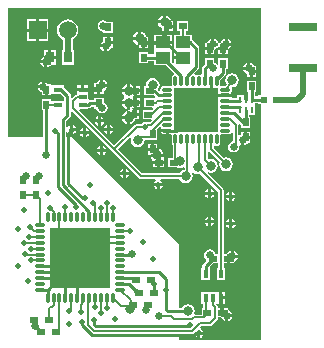
<source format=gtl>
%FSTAX24Y24*%
%MOIN*%
%SFA1B1*%

%IPPOS*%
%ADD10R,0.025000X0.020000*%
%ADD11R,0.020000X0.025000*%
%ADD12R,0.009800X0.021700*%
%ADD13O,0.011000X0.033500*%
%ADD14O,0.033500X0.011000*%
%ADD15R,0.200800X0.200800*%
%ADD16R,0.047200X0.039400*%
%ADD17R,0.047200X0.039400*%
%ADD18R,0.094500X0.029500*%
%ADD19R,0.023600X0.019700*%
%ADD20R,0.015700X0.027600*%
%ADD21R,0.027600X0.015700*%
%ADD22R,0.145700X0.145700*%
%ADD23O,0.033500X0.011800*%
%ADD24O,0.011800X0.033500*%
%ADD25R,0.027600X0.035400*%
%ADD26C,0.010000*%
%ADD27C,0.006000*%
%ADD28C,0.008000*%
%ADD29C,0.020000*%
%ADD30C,0.015000*%
%ADD31C,0.059100*%
%ADD32R,0.059100X0.059100*%
%ADD33C,0.020000*%
%ADD34C,0.025000*%
%ADD35C,0.033000*%
%LN16_chan-1*%
%LPD*%
G36*
X02071Y018458D02*
X020625D01*
Y018412*
X020512*
Y018565*
X02056*
Y018935*
X02024*
Y018565*
X020288*
Y018468*
X020253*
Y0183*
X020153*
Y018468*
X019897*
Y018357*
X019767*
X019735Y018396*
X019733Y018392*
X019514*
Y018492*
X019733*
X019709Y018528*
Y018553*
X019735Y018593*
X019744Y018639*
X019735Y018685*
X019748Y018719*
X01975Y018721*
X019838Y018738*
X019912Y018788*
X019962Y018862*
X019979Y01895*
X019962Y019038*
X019912Y019112*
X019838Y019162*
X01975Y019179*
X019662Y019162*
X019588Y019112*
X019538Y019038*
X019521Y01895*
X019538Y018862*
X019566Y01882*
X019506Y01876*
X019406*
X019393Y018758*
X019358Y018793*
X01936Y018806*
Y018952*
X019529Y019121*
X019554Y019157*
X019562Y0192*
Y019315*
X01961*
Y019685*
X01929*
Y019485*
X019242Y01947*
X019233Y019483*
X019172Y019524*
X01916Y019527*
Y019685*
X01884*
Y019499*
X018766Y019425*
X018742Y019388*
X018733Y019345*
Y019167*
X018694Y019135*
X018648Y019144*
X018602Y019135*
X018563Y019109*
X018537*
X018498Y019135*
X018485Y019177*
X018629Y019321*
X018654Y019357*
X018662Y0194*
Y02*
X018654Y020043*
X018629Y020079*
X018417Y020291*
X018416Y020292*
Y020469*
X018211*
Y02059*
X018285*
Y02091*
X017915*
Y02059*
X018028*
Y020469*
X017823*
Y019955*
Y01975*
X018119*
Y01965*
X017823*
Y019551*
X017788Y019536*
X017746Y019564*
Y019955*
Y020162*
X017154*
Y019955*
Y019812*
X01696*
Y019885*
X01664*
Y019515*
X01696*
Y019588*
X017154*
Y019443*
X017548*
X017812Y01918*
X017807Y01913*
X017775Y019109*
X017749Y019069*
X01774Y019023*
Y018806*
X017742Y018793*
X017707Y018758*
X017694Y01876*
X017477*
X017431Y018751*
X017391Y018725*
X017365Y018685*
X017356Y018639*
X017362Y018606*
X017318Y018583*
X017263Y018638*
X017312Y018712*
X017329Y0188*
X017312Y018888*
X017262Y018962*
X017188Y019012*
X0171Y019029*
X017012Y019012*
X016938Y018962*
X016888Y018888*
X016871Y0188*
Y018799*
X016839Y01876*
X016815*
Y01844*
X017144*
X017177Y018406*
X017158Y01836*
X016815*
Y01804*
X017095*
X017114Y017994*
X01708Y01796*
X016765*
Y01764*
X017045*
X017064Y017594*
X017012Y017542*
X016926*
X016912Y017551*
X01685Y017563*
X016788Y017551*
X016735Y017515*
X016719Y017492*
X01657*
X016535Y017485*
X016505Y017465*
X01582Y01678*
X014661Y017939*
X01468Y017985*
X014961*
Y018018*
X015003Y018026*
X015039Y018051*
X015056Y018068*
X01515*
Y017995*
X015228*
X015236Y017958*
X015277Y017897*
X015338Y017856*
X01541Y017841*
X015482Y017856*
X015543Y017897*
X015584Y017958*
X015599Y01803*
X015584Y018102*
X015543Y018163*
X015482Y018204*
X01547Y018207*
Y018365*
X01515*
Y018292*
X01501*
X015Y01829*
X014961Y018322*
Y018497*
Y018586*
X014566*
Y018497*
Y018471*
X014541Y018466*
X014535Y018465*
X014505Y018445*
X014418Y018358*
X014372Y018377*
Y01843*
X014364Y018473*
X014339Y018509*
X014154Y018694*
Y018775*
X013759*
X013755*
X01372Y01881*
Y018815*
X013626*
X013593Y018863*
X013532Y018904*
X01351Y018909*
Y01873*
X01346*
Y01868*
X013281*
X013286Y018658*
X013327Y018597*
X013388Y018556*
X0134Y018553*
Y018445*
X01351*
Y01863*
X01361*
Y018445*
X01372*
Y018497*
X013759*
X014034*
X014148Y018384*
Y018263*
X013759*
X013755*
X01372Y018298*
Y018315*
X0134*
Y017945*
X013448*
Y01705*
X01227*
Y02136*
X02071*
Y018458*
G37*
G36*
X017381Y017388D02*
X017391Y017372D01*
Y017347*
X017367Y017311*
X017586*
Y017261*
X017635*
Y01714*
X017694*
X017707Y017142*
X017742Y017107*
X01774Y017094*
Y016877*
X017749Y016831*
X017769Y0168*
Y01636*
X017615*
Y01604*
X017909*
X017912Y016038*
X018Y016021*
X018088Y016038*
X018119Y016059*
X018163Y016035*
Y015972*
X018112Y015962*
X018038Y015912*
X017991Y015842*
X016758*
X01595Y01665*
X01634Y01704*
X016384Y017016*
X016371Y01695*
X016388Y016862*
X016438Y016788*
X016512Y016738*
X0166Y016721*
X016688Y016738*
X016762Y016788*
X016812Y016862*
X016829Y01695*
X016836Y016958*
X017*
X017034Y016965*
X01726*
Y017322*
X017331Y017393*
X017381Y017388*
G37*
G36*
X020625Y018142D02*
X02071D01*
Y0103*
X01798*
Y010488*
X018413*
X018446Y010495*
X018487Y010467*
X018489Y010458*
X018525Y010405*
X018578Y010369*
X01859Y010367*
Y01052*
X01864*
Y01057*
X018793*
X018791Y010582*
X018755Y010635*
X018702Y010671*
X018698Y010672*
X018684Y010719*
X018722Y010758*
X01902*
X019059Y010766*
X019092Y010788*
X019252Y010948*
X019274Y010981*
X019282Y01102*
Y01104*
X01937*
Y0112*
Y01136*
X019282*
Y01138*
X019274Y011419*
X019252Y011452*
X019222Y011482*
Y011499*
X019326*
Y011696*
Y011894*
X018725*
Y011499*
X018772*
Y01136*
X018735*
Y011134*
X01855*
X018492Y011172*
X018509Y01126*
X018492Y011348*
X018442Y011422*
X018368Y011472*
X01828Y011489*
X018192Y011472*
X018118Y011422*
X018084Y011372*
X01798*
Y01346*
X01792Y01354*
X01441Y01705*
X014212*
Y017207*
X01426Y017222*
X014285Y017185*
X014338Y017149*
X01435Y017147*
Y0173*
Y017453*
X014338Y017451*
X014285Y017415*
X01426Y017378*
X014212Y017393*
Y017584*
X014339Y017711*
X014364Y017747*
X014372Y01779*
Y017903*
X014418Y017922*
X015755Y016585*
X016655Y015685*
X016685Y015665*
X01672Y015658*
X017188*
X017202Y01561*
X017165Y015585*
X017129Y015532*
X017127Y01552*
X017433*
X017431Y015532*
X017395Y015585*
X017358Y01561*
X017372Y015658*
X017991*
X018038Y015588*
X018112Y015538*
X0182Y015521*
X018288Y015538*
X018362Y015588*
X018412Y015662*
X018429Y01575*
X018412Y015838*
X018397Y01586*
X018438Y015888*
X018512Y015838*
X0186Y015821*
X018683Y015837*
X019284Y015236*
Y01316*
X019181*
X019174Y013192*
X019133Y013253*
X019072Y013294*
X019Y013309*
X018928Y013294*
X018867Y013253*
X018826Y013192*
X018811Y01312*
X018826Y013048*
X018867Y012987*
X018883Y012976*
X018888Y012926*
X018785Y012823*
X01876Y012787*
X018752Y012744*
Y012701*
X018725*
Y012306*
X019003*
Y012701*
X018996Y012718*
X019119Y01284*
X019284*
Y012701*
X019237*
Y012306*
X019515*
Y012701*
X019468*
Y01284*
X01957*
Y013*
Y01316*
X019468*
Y015274*
X019462Y015303*
X019461Y015309*
X019441Y015339*
X01893Y01585*
X018962Y015888*
X01905Y015871*
X019138Y015888*
X019212Y015938*
X019262Y016012*
X019279Y0161*
X019262Y016188*
X019212Y016262*
X019138Y016312*
X01905Y016329*
X018976Y016315*
X018937Y016346*
Y016566*
X018944Y016571*
X018983Y016587*
X019337Y016233*
X019321Y01615*
X019338Y016062*
X019388Y015988*
X019462Y015938*
X01955Y015921*
X019638Y015938*
X019712Y015988*
X019762Y016062*
X019779Y01615*
X019762Y016238*
X019712Y016312*
X019638Y016362*
X01955Y016379*
X019467Y016363*
X019134Y016696*
Y016751*
X019178Y016775*
X019193Y016765*
X019239Y016756*
X019285Y016765*
X019325Y016791*
X019351Y016831*
X01936Y016877*
Y017094*
X019358Y017107*
X019393Y017142*
X019406Y01714*
X019623*
X019669Y017149*
X019709Y017175*
X01973Y017208*
X019778Y017193*
Y016914*
X019728Y016904*
X019667Y016863*
X019626Y016802*
X019611Y01673*
X019626Y016658*
X019667Y016597*
X019728Y016556*
X0198Y016541*
X019872Y016556*
X019933Y016597*
X019974Y016658*
X019989Y01673*
X019985Y016749*
X020026Y016777*
X020028Y016776*
X02005Y016771*
Y01695*
X02015*
Y016771*
X020172Y016776*
X020233Y016817*
X020266Y016865*
X02036*
Y017*
X0202*
Y01705*
X02015*
Y017235*
X02004*
Y01714*
X019997Y017114*
X019962Y017133*
Y017459*
X019959Y017473*
X020003Y017497*
X020029Y017471*
X02004Y017464*
Y017365*
X02036*
Y017735*
X020312*
Y017797*
X020509*
Y018132*
Y018188*
X020625*
Y018142*
G37*
%LN16_chan-2*%
%LPC*%
G36*
X0173Y016669D02*
Y0165D01*
X017469*
X017462Y016538*
X017412Y016612*
X017338Y016662*
X0173Y016669*
G37*
G36*
X015563Y01656D02*
X01546D01*
Y016457*
X015472Y016459*
X015525Y016495*
X015561Y016548*
X015563Y01656*
G37*
G36*
X01705Y016835D02*
X01694D01*
Y0167*
X01705*
Y016835*
G37*
G36*
X01546Y016763D02*
Y01666D01*
X015563*
X015561Y016672*
X015525Y016725*
X015472Y016761*
X01546Y016763*
G37*
G36*
X01536D02*
X015348Y016761D01*
X015295Y016725*
X015259Y016672*
X015257Y01666*
X01536*
Y016763*
G37*
G36*
X01725Y01615D02*
X017115D01*
Y01604*
X01725*
Y01615*
G37*
G36*
X01621Y015993D02*
Y01589D01*
X016313*
X016311Y015902*
X016275Y015955*
X016222Y015991*
X01621Y015993*
G37*
G36*
X01611D02*
X016098Y015991D01*
X016045Y015955*
X016009Y015902*
X016007Y01589*
X01611*
Y015993*
G37*
G36*
X017485Y01615D02*
X01735D01*
Y01604*
X017485*
Y01615*
G37*
G36*
X01536Y01656D02*
X015257D01*
X015259Y016548*
X015295Y016495*
X015348Y016459*
X01536Y016457*
Y01656*
G37*
G36*
X0172Y0166D02*
X01694D01*
Y016465*
X017008*
X017021Y01645*
X017031Y0165*
X0172*
Y0166*
G37*
G36*
X017469Y0164D02*
X017031D01*
X017038Y016362*
X017088Y016288*
X017115Y01627*
Y01625*
X017485*
Y01636*
X017462Y016362*
X017469Y0164*
G37*
G36*
X01726Y016835D02*
X01715D01*
Y0167*
X01726*
Y016835*
G37*
G36*
X01488Y017353D02*
Y01725D01*
X014983*
X014981Y017262*
X014945Y017315*
X014892Y017351*
X01488Y017353*
G37*
G36*
X01478D02*
X014768Y017351D01*
X014715Y017315*
X014679Y017262*
X014677Y01725*
X01478*
Y017353*
G37*
G36*
X015783Y01726D02*
X01568D01*
Y017157*
X015692Y017159*
X015745Y017195*
X015781Y017248*
X015783Y01726*
G37*
G36*
X01568Y017463D02*
Y01736D01*
X015783*
X015781Y017372*
X015745Y017425*
X015692Y017461*
X01568Y017463*
G37*
G36*
X01558D02*
X015568Y017461D01*
X015515Y017425*
X015479Y017372*
X015477Y01736*
X01558*
Y017463*
G37*
G36*
X01445Y017453D02*
Y01735D01*
X014553*
X014551Y017362*
X014515Y017415*
X014462Y017451*
X01445Y017453*
G37*
G36*
X02036Y017235D02*
X02025D01*
Y0171*
X02036*
Y017235*
G37*
G36*
X014983Y01715D02*
X01488D01*
Y017047*
X014892Y017049*
X014945Y017085*
X014981Y017138*
X014983Y01715*
G37*
G36*
X01478D02*
X014677D01*
X014679Y017138*
X014715Y017085*
X014768Y017049*
X01478Y017047*
Y01715*
G37*
G36*
X01558Y01726D02*
X015477D01*
X015479Y017248*
X015515Y017195*
X015568Y017159*
X01558Y017157*
Y01726*
G37*
G36*
X014553Y01725D02*
X01445D01*
Y017147*
X014462Y017149*
X014515Y017185*
X014551Y017238*
X014553Y01725*
G37*
G36*
X017535Y017211D02*
X017367D01*
X017391Y017175*
X017431Y017149*
X017477Y01714*
X017535*
Y017211*
G37*
G36*
X016313Y01579D02*
X01621D01*
Y015687*
X016222Y015689*
X016275Y015725*
X016311Y015778*
X016313Y01579*
G37*
G36*
X01966Y01411D02*
X019557D01*
X019559Y014098*
X019595Y014045*
X019648Y014009*
X01966Y014007*
Y01411*
G37*
G36*
X01981Y013259D02*
Y01313D01*
X019939*
X019934Y013152*
X019893Y013213*
X019832Y013254*
X01981Y013259*
G37*
G36*
X019939Y01303D02*
X01981D01*
Y012901*
X019832Y012906*
X019893Y012947*
X019934Y013008*
X019939Y01303*
G37*
G36*
X019863Y01411D02*
X01976D01*
Y014007*
X019772Y014009*
X019825Y014045*
X019861Y014098*
X019863Y01411*
G37*
G36*
X01966Y014313D02*
X019648Y014311D01*
X019595Y014275*
X019559Y014222*
X019557Y01421*
X01966*
Y014313*
G37*
G36*
X019143Y01419D02*
X01904D01*
Y014087*
X019052Y014089*
X019105Y014125*
X019141Y014178*
X019143Y01419*
G37*
G36*
X01894D02*
X018837D01*
X018839Y014178*
X018875Y014125*
X018928Y014089*
X01894Y014087*
Y01419*
G37*
G36*
X01962Y011279D02*
Y01115D01*
X019749*
X019744Y011172*
X019703Y011233*
X019642Y011274*
X01962Y011279*
G37*
G36*
X019749Y01105D02*
X01962D01*
Y010921*
X019642Y010926*
X019703Y010967*
X019744Y011028*
X019749Y01105*
G37*
G36*
X018793Y01047D02*
X01869D01*
Y010367*
X018702Y010369*
X018755Y010405*
X018791Y010458*
X018793Y01047*
G37*
G36*
X019605Y01136D02*
X01947D01*
Y0112*
Y01104*
X019393*
X019396Y011028*
X019437Y010967*
X019498Y010926*
X01952Y010921*
Y0111*
Y011279*
X01957Y011289*
X019605Y011282*
Y01136*
G37*
G36*
X01971Y013259D02*
X019688Y013254D01*
X019627Y013213*
X019591Y01316*
X01967*
Y013*
Y01284*
X019805*
Y0129*
X01976Y012891*
X01971Y012901*
Y01308*
Y013259*
G37*
G36*
X019515Y011894D02*
X019426D01*
Y011746*
X019515*
Y011894*
G37*
G36*
Y011646D02*
X019426D01*
Y011499*
X019515*
Y011646*
G37*
G36*
X01895Y015313D02*
X018938Y015311D01*
X018885Y015275*
X018849Y015222*
X018847Y01521*
X01895*
Y015313*
G37*
G36*
X01976Y015223D02*
Y01512D01*
X019863*
X019861Y015132*
X019825Y015185*
X019772Y015221*
X01976Y015223*
G37*
G36*
X01966D02*
X019648Y015221D01*
X019595Y015185*
X019559Y015132*
X019557Y01512*
X01966*
Y015223*
G37*
G36*
X01905Y015313D02*
Y01521D01*
X019153*
X019151Y015222*
X019115Y015275*
X019062Y015311*
X01905Y015313*
G37*
G36*
X01611Y01579D02*
X016007D01*
X016009Y015778*
X016045Y015725*
X016098Y015689*
X01611Y015687*
Y01579*
G37*
G36*
X017433Y01542D02*
X01733D01*
Y015317*
X017342Y015319*
X017395Y015355*
X017431Y015408*
X017433Y01542*
G37*
G36*
X01723D02*
X017127D01*
X017129Y015408*
X017165Y015355*
X017218Y015319*
X01723Y015317*
Y01542*
G37*
G36*
X01904Y014393D02*
Y01429D01*
X019143*
X019141Y014302*
X019105Y014355*
X019052Y014391*
X01904Y014393*
G37*
G36*
X01894D02*
X018928Y014391D01*
X018875Y014355*
X018839Y014302*
X018837Y01429*
X01894*
Y014393*
G37*
G36*
X01976Y014313D02*
Y01421D01*
X019863*
X019861Y014222*
X019825Y014275*
X019772Y014311*
X01976Y014313*
G37*
G36*
X01966Y01502D02*
X019557D01*
X019559Y015008*
X019595Y014955*
X019648Y014919*
X01966Y014917*
Y01502*
G37*
G36*
X019153Y01511D02*
X01905D01*
Y015007*
X019062Y015009*
X019115Y015045*
X019151Y015098*
X019153Y01511*
G37*
G36*
X01895D02*
X018847D01*
X018849Y015098*
X018885Y015045*
X018938Y015009*
X01895Y015007*
Y01511*
G37*
G36*
X019863Y01502D02*
X01976D01*
Y014917*
X019772Y014919*
X019825Y014955*
X019861Y015008*
X019863Y01502*
G37*
G36*
X01527Y01754D02*
X015167D01*
X015169Y017528*
X015205Y017475*
X015258Y017439*
X01527Y017437*
Y01754*
G37*
G36*
X01662Y0203D02*
X016451D01*
X016458Y020262*
X016508Y020188*
X016582Y020138*
X01662Y020131*
Y0203*
G37*
G36*
X01696Y020385D02*
X016892D01*
X016899Y02035*
X016889Y0203*
X01672*
Y020131*
X01667Y020121*
X01664Y020127*
Y020015*
X01675*
Y0202*
X0168*
Y02025*
X01696*
Y020385*
G37*
G36*
X01929Y020185D02*
D01*
X019282*
X019289Y02015*
X019279Y0201*
X018921*
X018911Y02015*
X018918Y020185*
X01884*
Y02005*
X01916*
Y019973*
X019172Y019976*
X019233Y020017*
X019242Y02003*
X01929Y020015*
Y02005*
X01961*
Y019973*
X019622Y019976*
X019683Y020017*
X019724Y020078*
X019729Y0201*
X019371*
X019361Y02015*
X019368Y020185*
X01929*
G37*
G36*
X01905Y020329D02*
X019028Y020324D01*
X018967Y020283*
X018926Y020222*
X018921Y0202*
X01905*
Y020329*
G37*
G36*
X0196D02*
Y0202D01*
X019729*
X019724Y020222*
X019683Y020283*
X019622Y020324*
X0196Y020329*
G37*
G36*
X0195D02*
X019478Y020324D01*
X019417Y020283*
X019376Y020222*
X019371Y0202*
X0195*
Y020329*
G37*
G36*
X01915D02*
Y0202D01*
X019279*
X019274Y020222*
X019233Y020283*
X019172Y020324*
X01915Y020329*
G37*
G36*
X0194Y01995D02*
X01929D01*
Y019815*
X0194*
Y01995*
G37*
G36*
X01916D02*
X01905D01*
Y019815*
X01916*
Y01995*
G37*
G36*
X01895D02*
X01884D01*
Y019815*
X01895*
Y01995*
G37*
G36*
X01961D02*
X0195D01*
Y019815*
X01961*
Y01995*
G37*
G36*
X01696Y02015D02*
X01685D01*
Y020015*
X01696*
Y02015*
G37*
G36*
X01557Y020395D02*
X01546D01*
Y020265*
X015458Y020264*
X015397Y020223*
X015356Y020162*
X015351Y02014*
X01553*
Y02009*
X01558*
Y019911*
X015602Y019916*
X015663Y019957*
X015704Y020018*
X015706Y020025*
X01578*
Y02016*
X01562*
Y02021*
X01557*
Y020395*
G37*
G36*
X01548Y02004D02*
X015351D01*
X015356Y020018*
X015397Y019957*
X015458Y019916*
X01548Y019911*
Y02004*
G37*
G36*
X017785Y0207D02*
X01765D01*
Y02059*
X017785*
Y0207*
G37*
G36*
Y02091D02*
X017725D01*
X017729Y02089*
X017719Y02084*
X017281*
X017288Y020802*
X017338Y020728*
X017412Y020678*
X017415Y020677*
Y02059*
X01755*
Y02075*
X0176*
Y0208*
X017785*
Y02091*
G37*
G36*
X01546Y020949D02*
X015388Y020934D01*
X015327Y020893*
X015286Y020832*
X015271Y02076*
X015286Y020688*
X015327Y020627*
X015388Y020586*
X01546Y020571*
Y020525*
X01578*
Y020895*
X015591*
X015532Y020934*
X01546Y020949*
G37*
G36*
X01322Y020975D02*
X012915D01*
Y02067*
X01322*
Y020975*
G37*
G36*
X01755Y021109D02*
Y02094D01*
X017719*
X017712Y020978*
X017662Y021052*
X017588Y021102*
X01755Y021109*
G37*
G36*
X01745D02*
X017412Y021102D01*
X017338Y021052*
X017288Y020978*
X017281Y02094*
X01745*
Y021109*
G37*
G36*
X013625Y020975D02*
X01332D01*
Y02067*
X013625*
Y020975*
G37*
G36*
X017746Y020469D02*
X0175D01*
Y020262*
X017746*
Y020469*
G37*
G36*
X0174D02*
X017154D01*
Y020262*
X0174*
Y020469*
G37*
G36*
X01578Y020395D02*
X01567D01*
Y02026*
X01578*
Y020395*
G37*
G36*
X01322Y02057D02*
X012915D01*
Y020265*
X01322*
Y02057*
G37*
G36*
X01672Y020569D02*
Y0204D01*
X016889*
X016882Y020438*
X016832Y020512*
X016758Y020562*
X01672Y020569*
G37*
G36*
X01662D02*
X016582Y020562D01*
X016508Y020512*
X016458Y020438*
X016451Y0204*
X01662*
Y020569*
G37*
G36*
X013625Y02057D02*
X01332D01*
Y020265*
X013625*
Y02057*
G37*
G36*
X016685Y01836D02*
X01655D01*
Y01825*
X016685*
Y01836*
G37*
G36*
Y01815D02*
X01655D01*
Y01804*
X016685*
Y01815*
G37*
G36*
X01625D02*
X016081D01*
X016088Y018112*
X016138Y018038*
X016212Y017988*
X01625Y017981*
Y01815*
G37*
G36*
X016685Y01855D02*
X01655D01*
Y01844*
X016685*
Y01855*
G37*
G36*
X01625Y018819D02*
X016212Y018812D01*
X016138Y018762*
X016088Y018688*
X016081Y01865*
X01625*
Y018819*
G37*
G36*
X01536Y018959D02*
X015338Y018954D01*
X015277Y018913*
X015244Y018865*
X01515*
Y01873*
X01531*
Y01868*
X01536*
Y018495*
X01547*
Y018603*
X015482Y018606*
X015543Y018647*
X015584Y018708*
X015589Y01873*
X01541*
Y01878*
X01536*
Y018959*
G37*
G36*
X01526Y01863D02*
X01515D01*
Y018495*
X01526*
Y01863*
G37*
G36*
X01527Y017743D02*
X015258Y017741D01*
X015205Y017705*
X015169Y017652*
X015167Y01764*
X01527*
Y017743*
G37*
G36*
X01625Y01765D02*
X016081D01*
X016088Y017612*
X016138Y017538*
X016212Y017488*
X01625Y017481*
Y01765*
G37*
G36*
X015473Y01754D02*
X01537D01*
Y017437*
X015382Y017439*
X015435Y017475*
X015471Y017528*
X015473Y01754*
G37*
G36*
X01537Y017743D02*
Y01764D01*
X015473*
X015471Y017652*
X015435Y017705*
X015382Y017741*
X01537Y017743*
G37*
G36*
X01635Y018819D02*
Y0186D01*
X0163*
Y01855*
X016081*
X016088Y018512*
X016138Y018438*
X016157Y018425*
Y018375*
X016138Y018362*
X016088Y018288*
X016081Y01825*
X0163*
Y0182*
X01635*
Y017981*
X0163Y017971*
X016265Y017978*
Y01796*
Y017922*
X0163Y017929*
X01635Y017919*
Y0177*
Y017481*
X016388Y017488*
X016462Y017538*
X016512Y017612*
X016517Y01764*
X016635*
Y01775*
X01645*
Y0178*
X0164*
Y01796*
X016432*
X016417Y018008*
X016462Y018038*
X016464Y01804*
X01645*
Y0182*
Y01836*
X016464*
X016462Y018362*
X016443Y018375*
Y018425*
X016462Y018438*
X016464Y01844*
X01645*
Y0186*
Y01876*
X016464*
X016462Y018762*
X016388Y018812*
X01635Y018819*
G37*
G36*
X016635Y01796D02*
X0165D01*
Y01785*
X016635*
Y01796*
G37*
G36*
X01625Y017919D02*
X016212Y017912D01*
X016138Y017862*
X016088Y017788*
X016081Y01775*
X01625*
Y017919*
G37*
G36*
X02025Y019529D02*
X020228Y019524D01*
X020167Y019483*
X020126Y019422*
X020121Y0194*
X02025*
Y019529*
G37*
G36*
X013477Y019746D02*
X013468Y019744D01*
X013407Y019703*
X013366Y019642*
X013361Y01962*
X01354*
Y01957*
X01359*
Y019391*
X013612Y019396*
X013673Y019437*
X013698Y019473*
X013625*
Y01966*
X013477*
Y019746*
G37*
G36*
X01349Y01952D02*
X013361D01*
X013366Y019498*
X013407Y019437*
X013468Y019396*
X01349Y019391*
Y01952*
G37*
G36*
X013873Y01966D02*
X013725D01*
Y019473*
X013873*
Y01966*
G37*
G36*
Y019947D02*
X013725D01*
Y01976*
X013873*
Y019947*
G37*
G36*
X013625D02*
X013477D01*
Y01976*
X013625*
Y019947*
G37*
G36*
X01427Y020978D02*
X014177Y020966D01*
X014091Y02093*
X014017Y020873*
X01396Y020799*
X013924Y020713*
X013912Y02062*
X013924Y020527*
X01396Y020441*
X014017Y020367*
X014091Y02031*
X014107Y020303*
Y019947*
X014067*
Y019473*
X014463*
Y019947*
X014433*
Y020303*
X014449Y02031*
X014523Y020367*
X01458Y020441*
X014616Y020527*
X014628Y02062*
X014616Y020713*
X01458Y020799*
X014523Y020873*
X014449Y02093*
X014363Y020966*
X01427Y020978*
G37*
G36*
X014961Y018775D02*
X014814D01*
Y018686*
X014961*
Y018775*
G37*
G36*
X014714D02*
X014566D01*
Y018686*
X014714*
Y018775*
G37*
G36*
X016685Y01876D02*
X01655D01*
Y01865*
X016685*
Y01876*
G37*
G36*
X01341Y018909D02*
X013388Y018904D01*
X013327Y018863*
X013286Y018802*
X013281Y01878*
X01341*
Y018909*
G37*
G36*
X02056Y0192D02*
X02045D01*
Y019065*
X02056*
Y0192*
G37*
G36*
X02035Y019529D02*
Y01935D01*
X0203*
Y0193*
X020121*
X020126Y019278*
X020167Y019217*
X020228Y019176*
X02024Y019173*
Y019065*
X02035*
Y01925*
X0204*
Y0193*
X02056*
Y019435*
X020466*
X020433Y019483*
X020372Y019524*
X02035Y019529*
G37*
G36*
X01546Y018959D02*
Y01883D01*
X015589*
X015584Y018852*
X015543Y018913*
X015482Y018954*
X01546Y018959*
G37*
%LN16_chan-3*%
%LPD*%
G54D10*
X01716Y01184D03*
X01666D03*
X01338Y01054D03*
X01388D03*
X01365Y01095D03*
X01315D03*
X01912Y013D03*
X01962D03*
X01942Y0112D03*
X01892D03*
X01695Y01145D03*
X01645D03*
X0176Y02075D03*
X0181D03*
X017Y0186D03*
X0165D03*
X017Y0182D03*
X0165D03*
X01695Y0178D03*
X01645D03*
X0173Y0162D03*
X0178D03*
X01655Y0123D03*
X01705D03*
G54D11*
X01321Y01511D03*
Y01561D03*
X01277D03*
Y01511D03*
X01356Y01813D03*
Y01863D03*
X01531Y01868D03*
Y01818D03*
X0168Y0202D03*
Y0197D03*
X019Y0195D03*
Y02D03*
X0204Y01875D03*
Y01925D03*
X0202Y01705D03*
Y01755D03*
X01945Y0195D03*
Y02D03*
X0171Y01715D03*
Y01665D03*
X01562Y02021D03*
Y02071D03*
G54D12*
X020006Y017965D03*
X020203D03*
X0204D03*
X020006Y0183D03*
X020203D03*
X0204D03*
G54D13*
X0136Y0117D03*
X013797D03*
X013994D03*
X014191D03*
X014387D03*
X014584D03*
X014781D03*
X014978D03*
X015175D03*
X015372D03*
X015568D03*
X015765D03*
Y014377D03*
X015568D03*
X015372D03*
X015175D03*
X014978D03*
X014781D03*
X014584D03*
X014387D03*
X014191D03*
X013994D03*
X013797D03*
X0136D03*
G54D14*
X016021Y011956D03*
Y012153D03*
Y01235D03*
Y012546D03*
Y012743D03*
Y01294D03*
Y013137D03*
Y013334D03*
Y013531D03*
Y013728D03*
Y013924D03*
Y014121D03*
X013344D03*
Y013924D03*
Y013728D03*
Y013531D03*
Y013334D03*
Y013137D03*
Y01294D03*
Y012743D03*
Y012546D03*
Y01235D03*
Y012153D03*
Y011956D03*
G54D15*
X014683Y013039D03*
G54D16*
X018119Y0197D03*
Y020212D03*
X01745D03*
G54D17*
X01745Y0197D03*
G54D18*
X0221Y020708D03*
Y01935D03*
G54D19*
X021197Y0183D03*
X020803D03*
G54D20*
X018864Y012504D03*
X019376D03*
Y011696D03*
X01912D03*
X018864D03*
G54D21*
X013956Y018124D03*
Y018636D03*
X014764D03*
Y01838D03*
Y018124D03*
G54D22*
X01855Y01795D03*
G54D23*
X017585Y018442D03*
Y018245D03*
Y018048D03*
Y017655D03*
Y017261D03*
X019515Y017852D03*
Y018048D03*
Y018245D03*
Y018442D03*
Y018639D03*
X017585Y017852D03*
Y017458D03*
Y018639D03*
X019515Y017261D03*
Y017458D03*
Y017655D03*
G54D24*
X017861Y016985D03*
X019239Y018915D03*
X019042D03*
X018845D03*
X018255D03*
X018058D03*
Y016985D03*
X018255D03*
X018452D03*
X018648D03*
X018845D03*
X019042D03*
X019239D03*
X017861Y018915D03*
X018648D03*
X018452D03*
G54D25*
X013675Y01971D03*
X014265D03*
G54D26*
X015202Y01074D02*
X018321D01*
X015157Y010785D02*
X015202Y01074D01*
X015157Y010785D02*
Y010948D01*
X01855Y01795D02*
X019042Y018442D01*
X017863Y017263D02*
X01855Y01795D01*
X017519Y0202D02*
Y020669D01*
X0168Y0202D02*
X017519D01*
X0165Y0182D02*
Y0186D01*
Y01785D02*
Y0182D01*
X0171Y01665D02*
X0173Y01645D01*
Y0162D02*
Y01645D01*
X01716Y01184D02*
Y01219D01*
X014584Y01294D02*
X014683Y013039D01*
X014584Y0117D02*
Y01294D01*
X014735Y010783D02*
Y010895D01*
Y010783D02*
X015078Y01044D01*
X014767Y015009D02*
X014847D01*
X01427Y015506D02*
X014767Y015009D01*
X01667Y01184D02*
X01669Y01182D01*
X01666Y01184D02*
X01667D01*
X01715Y0122D02*
X01716Y01219D01*
X01688Y01128D02*
Y01138D01*
X016021Y012153D02*
X016307D01*
X01657Y01189*
X017324Y012546D02*
X01754Y01233D01*
X01833Y010749D02*
Y01079D01*
X018321Y01074D02*
X01833Y010749D01*
X01394Y015384D02*
Y01719D01*
X01386Y01727D02*
X01394Y01719D01*
X01427Y015506D02*
Y01717D01*
X0144Y0173*
X0141Y01763D02*
X01426Y01779D01*
X0141Y01545D02*
Y01763D01*
X015078Y01044D02*
X018475D01*
X018555Y01052D02*
X01864D01*
X018475Y01044D02*
X018555Y01052D01*
X01754Y01131D02*
X01759Y01126D01*
X01828*
X01315Y01077D02*
X01318Y01074D01*
X01338Y01054*
X01426Y01779D02*
Y01843D01*
X014054Y018636D02*
X01426Y01843D01*
X01356Y01644D02*
Y01813D01*
X01315Y01077D02*
Y01095D01*
X0175Y02085D02*
X0176Y02075D01*
X0175Y02085D02*
Y02089D01*
X01667Y02033D02*
X0168Y0202D01*
X01667Y02033D02*
Y02035D01*
X019Y01312D02*
X01912Y013D01*
X016021Y012546D02*
X017324D01*
X01952Y0111D02*
X01957D01*
X0197Y01308D02*
X01976D01*
X01645Y0178D02*
X0165Y01785D01*
X015266Y018636D02*
X01531Y01868D01*
X014764Y018636D02*
X015266D01*
X014764Y018124D02*
X014769Y01813D01*
X01496*
X01501Y01818*
X01531*
X018864Y012504D02*
Y012744D01*
X019515Y018048D02*
X020006D01*
X019042Y018442D02*
X019515D01*
X017587Y017263D02*
X017863D01*
X017585Y017261D02*
X017587Y017263D01*
X019042Y018442D02*
Y018915D01*
X018255Y019105D02*
X01855Y0194D01*
X018255Y018915D02*
Y019105D01*
X018119Y020212D02*
X018338D01*
X018058Y018915D02*
Y019092D01*
X01745Y0197D02*
X018058Y019092D01*
X0168Y0197D02*
X01745D01*
X017519Y020669D02*
X0176Y02075D01*
X01945Y0192D02*
Y0195D01*
X019239Y018989D02*
X01945Y0192D01*
X019239Y018915D02*
Y018989D01*
X0173Y018442D02*
X017585D01*
X0202Y017962D02*
X020203Y017965D01*
X0202Y01755D02*
Y017962D01*
X0204Y0183D02*
Y01875D01*
Y0183D02*
X020753D01*
X020002Y018245D02*
X020006Y01825D01*
X019515Y018245D02*
X020002D01*
X017531Y020212D02*
X018042Y0197D01*
X018119*
X018845Y018915D02*
Y019345D01*
X018338Y020212D02*
X01855Y02D01*
Y0194D02*
Y02D01*
X019515Y018442D02*
X019742D01*
X01985Y01855*
X02015*
X020203Y018497*
Y0183D02*
Y018497D01*
X017142Y0186D02*
X0173Y018442D01*
X013344Y011956D02*
X0136D01*
Y0117D02*
Y011956D01*
X013994Y01235*
X014191Y012546*
X013344D02*
X014191D01*
X013344Y01235D02*
X013994D01*
X014191Y0117D02*
Y012546D01*
X013344Y012743D02*
X014387D01*
X014191Y012546D02*
X014387Y012743D01*
X014584Y01294*
X016021Y013137D02*
X016287D01*
X019376Y011244D02*
Y011696D01*
Y011244D02*
X01942Y0112D01*
X016021Y01235D02*
X0165D01*
X0163Y0186D02*
X0165D01*
X017D02*
Y0187D01*
X0163Y0182D02*
X0165D01*
X0164Y0178D02*
X01645D01*
X0191Y0201D02*
Y02015D01*
X019Y02D02*
X0191Y0201D01*
Y01935D02*
Y0194D01*
X018845Y019345D02*
X019Y0195D01*
X01955Y0201D02*
Y02015D01*
X01785Y01625D02*
X018D01*
X0178Y0162D02*
X01785Y01625D01*
X01715Y01215D02*
Y0122D01*
X01705Y0123D02*
X01715Y0122D01*
X01287Y01571D02*
Y01577D01*
X019847Y017812D02*
Y017813D01*
Y017812D02*
X020109Y01755D01*
X0202*
X019808Y017852D02*
X019847Y017813D01*
X019515Y017852D02*
X019808D01*
X017Y0186D02*
X017142D01*
X01754Y01131D02*
Y01233D01*
X018864Y012744D02*
X01912Y013D01*
X0141Y01545D02*
X014978Y014572D01*
X01394Y015384D02*
X01453Y014794D01*
Y01472D02*
Y014794D01*
G54D27*
X013994Y013728D02*
X014683Y013039D01*
X01495Y01078D02*
Y011672D01*
X013994Y010654D02*
Y0117D01*
X018802Y011042D02*
X01892Y011159D01*
X01847Y011042D02*
X018802D01*
X018409Y01098D02*
X01847Y011042D01*
X01772Y01108D02*
X01782Y01098D01*
X018409*
X016045Y01142D02*
X01637D01*
Y011607*
X01354Y01642D02*
X01356D01*
X0173Y01108D02*
X01772D01*
X01367Y0147D02*
X013797Y014573D01*
Y014377D02*
Y014573D01*
X01313Y01393D02*
X013339D01*
X013Y01406D02*
X01313Y01393D01*
X01303Y01372D02*
X013042Y013732D01*
X012891Y01353D02*
X013343D01*
X013344Y013531*
X012891D02*
Y01353D01*
X012881Y013531D02*
X012891D01*
X01297Y01372D02*
X01303D01*
X01288Y01353D02*
X012881Y013531D01*
X01288Y01353D02*
X01289Y01352D01*
X013339Y01393D02*
X013344Y013924D01*
X01446Y01801D02*
Y01827D01*
X01457Y01838*
X014764*
X01356Y01813D02*
X013951D01*
X01446Y01801D02*
X01582Y01665D01*
X01495Y011672D02*
X014978Y0117D01*
X01388Y01054D02*
X013994Y010654D01*
X01365Y01095D02*
Y01134D01*
X013716Y011406*
X01375*
X0147Y01146D02*
X014781Y011541D01*
X0147Y01123D02*
Y01146D01*
X0143Y01126D02*
X014355D01*
X014387Y011293*
X01354Y01642D02*
X01356Y01644D01*
X01582Y01665D02*
X01657Y0174D01*
X01685*
X01582Y01665D02*
X01672Y01575D01*
X013956Y018636D02*
X014054D01*
X01672Y01575D02*
X0182D01*
X01892Y011159D02*
Y0112D01*
X016333Y011317D02*
Y011333D01*
X019376Y012504D02*
Y015274D01*
X0186Y01605D02*
X019376Y015274D01*
X015568Y0117D02*
X01559Y011679D01*
Y01136D02*
Y011679D01*
X016021Y011956D02*
X01637Y011607D01*
X015765Y0117D02*
X016045Y01142D01*
X013042Y013728D02*
X013344D01*
X01635Y01393D02*
X01636Y01392D01*
X01631Y01393D02*
X01635D01*
X016304Y013924D02*
X01631Y01393D01*
X016021Y013924D02*
X016304D01*
X014978Y014377D02*
Y014572D01*
X013042Y013728D02*
Y013732D01*
X01304Y01331D02*
X01306Y01333D01*
X013064Y013334*
X012873Y013137D02*
X013344D01*
X01286Y01315D02*
X012873Y013137D01*
X013064Y013334D02*
X013344D01*
X01283Y01312D02*
X01286Y01315D01*
X01303Y01294D02*
D01*
X013344*
X014781Y011541D02*
Y0117D01*
X019515Y018639D02*
X01975Y018874D01*
X018864Y011256D02*
Y011696D01*
X013994Y013728D02*
Y014377D01*
X015175Y013531D02*
X016021D01*
X015175D02*
X015372Y013728D01*
X014683Y013039D02*
X015175Y013531D01*
X015372Y013728D02*
X016021D01*
X0181Y02075D02*
X018119Y020731D01*
Y020212D02*
Y020731D01*
X018845Y016305D02*
Y016985D01*
X017861Y016261D02*
Y016985D01*
X017298Y018048D02*
X017585D01*
X01705Y0178D02*
X017298Y018048D01*
X01695Y0178D02*
X01705D01*
X017581Y01825D02*
X017585Y018245D01*
X01725Y01825D02*
X017581D01*
X0172Y0182D02*
X01725Y01825D01*
X017Y0182D02*
X0172D01*
X019042Y016658D02*
Y016985D01*
X013797Y011453D02*
Y0117D01*
X01375Y011406D02*
X013797Y011453D01*
X016287Y013137D02*
X0163Y01315D01*
X013951Y01813D02*
X013956Y018124D01*
X0171Y01715D02*
Y017292D01*
X017463Y017655*
X017585*
X017452Y017852D02*
X017585D01*
X01705Y01745D02*
X017452Y017852D01*
X0169Y01745D02*
X01705D01*
X01685Y0174D02*
X0169Y01745D01*
X0182Y01575D02*
X018255Y015805D01*
X0182Y01575D02*
X0183D01*
X017Y01705D02*
X0171Y01715D01*
X018845Y016305D02*
X01905Y0161D01*
X019042Y016658D02*
X01955Y01615D01*
X018255Y015805D02*
Y016144D01*
X018648Y016098D02*
Y016985D01*
X0167Y01705D02*
X017D01*
X0166Y01695D02*
X0167Y01705D01*
X014387Y011293D02*
Y0117D01*
X015372D02*
D01*
X015175Y01139D02*
Y0117D01*
X015372Y014377D02*
Y014688D01*
X015568Y014869D02*
X01557Y01487D01*
X015568Y014377D02*
Y014869D01*
X015765Y014377D02*
Y014685D01*
X014191Y014377D02*
Y014679D01*
X018255Y016144D02*
Y016356D01*
X0186Y01605D02*
X018648Y016098D01*
X018255Y016356D02*
Y016985D01*
Y016356D02*
D01*
X013344Y014121D02*
Y014976D01*
X01321Y01511D02*
X013344Y014976D01*
X01277Y01511D02*
X01321D01*
X01332Y01572D02*
Y01575D01*
X019515Y017655D02*
X019675D01*
X01987Y017459*
Y0168D02*
Y017459D01*
X0198Y01673D02*
X01987Y0168D01*
X015372Y011182D02*
Y0117D01*
X01537Y01118D02*
X015372Y011182D01*
X01512Y01485D02*
X015175Y014795D01*
Y014377D02*
Y014795D01*
G54D28*
X01495Y01078D02*
X01514Y01059D01*
X018413*
X01868Y01086D02*
X01902D01*
X01918Y01102*
X018543Y010723D02*
X01868Y01086D01*
X018543Y01072D02*
Y010723D01*
X018413Y01059D02*
X018543Y01072D01*
X01912Y01144D02*
Y011696D01*
Y01144D02*
X01918Y01138D01*
Y01102D02*
Y01138D01*
G54D29*
X0219Y0183D02*
X0221Y0185D01*
X021197Y0183D02*
X0219D01*
X0221Y0185D02*
Y01935D01*
X01427Y01977D02*
Y02062D01*
X013625Y01976D02*
X013675Y01971D01*
G54D30*
X01551Y02071D02*
X01562D01*
X01546Y02076D02*
X01551Y02071D01*
G54D31*
X01427Y02062D03*
G54D32*
X01327Y02062D03*
G54D33*
X014735Y010895D03*
X015157Y010948D03*
X0147Y01123D03*
X01537Y01118D03*
X01657Y01189D03*
X01753Y01197D03*
X0144Y0173D03*
X01386Y01727D03*
X01864Y01052D03*
X01833Y01079D03*
X01367Y0147D03*
X01971Y01507D03*
Y01416D03*
X01899Y01424D03*
X019Y01516D03*
X01728Y01547D03*
X01616Y01584D03*
X01541Y01661D03*
X01483Y0172D03*
X01563Y01731D03*
X01532Y01759D03*
X01297Y01372D03*
X013Y01406D03*
X0128Y01352D03*
X01306Y01333D03*
X01303Y01294D03*
X01286Y01315D03*
X0143Y01126D03*
X01432Y01081D03*
X01585Y011D03*
X01711Y01299D03*
X01677Y01356D03*
X01362Y0152D03*
X01281Y01461D03*
X012603Y01399D03*
X01261Y01277D03*
X01293Y012267D03*
X01715Y01215D03*
X01635Y01393D03*
X01557Y01487D03*
X015765Y014685D03*
X01685Y0174D03*
X01417Y01471D03*
X01559Y01136D03*
X015175Y01139D03*
X015372Y014688D03*
X015025Y01545D03*
X01512Y01485D03*
X014847Y015009D03*
X01453Y01472D03*
G54D34*
X01688Y01128D03*
X0173Y01108D03*
X01346Y01873D03*
X01356Y01644D03*
X019Y01312D03*
X01464Y01308D03*
X01461Y01368D03*
X01466Y01242D03*
X01885Y01765D03*
X01815D03*
X01885Y0183D03*
X0182D03*
X0164Y01315D03*
X0191Y02015D03*
X0203Y01935D03*
X0201Y01695D03*
X01957Y0111D03*
X01976Y01308D03*
X01541Y01803D03*
Y01878D03*
X0191Y01935D03*
X01955Y02015D03*
X01332Y01575D03*
X01287Y01577D03*
X01318Y01074D03*
X0198Y01673D03*
X01546Y02076D03*
X01354Y01957D03*
X01553Y02009D03*
G54D35*
X01828Y01126D03*
X0175Y02089D03*
X016333Y011317D03*
X0163Y0186D03*
Y0177D03*
X01667Y02035D03*
X01975Y01895D03*
X0171Y0188D03*
X01725Y01645D03*
X0182Y01575D03*
X01905Y0161D03*
X01955Y01615D03*
X0166Y01695D03*
X018Y01625D03*
X0186Y01605D03*
X0163Y0182D03*
M02*
</source>
